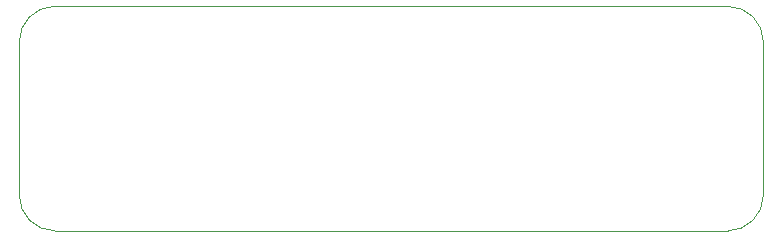
<source format=gko>
G04*
G04 #@! TF.GenerationSoftware,Altium Limited,Altium Designer,21.9.2 (33)*
G04*
G04 Layer_Color=16711935*
%FSLAX44Y44*%
%MOMM*%
G71*
G04*
G04 #@! TF.SameCoordinates,8E8D2D65-0791-42D9-92B5-5118B9BC109D*
G04*
G04*
G04 #@! TF.FilePolarity,Positive*
G04*
G01*
G75*
%ADD12C,0.1000*%
D12*
X494000Y745000D02*
G03*
X464000Y715000I0J-30000D01*
G01*
Y585000D02*
G03*
X494000Y555000I30000J0D01*
G01*
X1064000D02*
G03*
X1094000Y585000I0J30000D01*
G01*
Y715000D02*
G03*
X1064000Y745000I-30000J0D01*
G01*
X464000Y585000D02*
Y715000D01*
X494000Y554997D02*
X1064000Y554996D01*
X494000Y744996D02*
X1064000Y744996D01*
X1094000Y585000D02*
Y715000D01*
M02*

</source>
